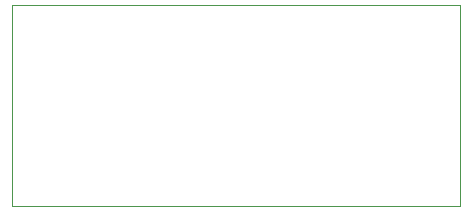
<source format=gbr>
%TF.GenerationSoftware,KiCad,Pcbnew,(6.0.6)*%
%TF.CreationDate,2023-04-07T17:46:17+02:00*%
%TF.ProjectId,LedDriver,4c656444-7269-4766-9572-2e6b69636164,rev?*%
%TF.SameCoordinates,Original*%
%TF.FileFunction,Profile,NP*%
%FSLAX46Y46*%
G04 Gerber Fmt 4.6, Leading zero omitted, Abs format (unit mm)*
G04 Created by KiCad (PCBNEW (6.0.6)) date 2023-04-07 17:46:17*
%MOMM*%
%LPD*%
G01*
G04 APERTURE LIST*
%TA.AperFunction,Profile*%
%ADD10C,0.050000*%
%TD*%
G04 APERTURE END LIST*
D10*
X126000000Y-76000000D02*
X164000000Y-76000000D01*
X164000000Y-76000000D02*
X164000000Y-93000000D01*
X164000000Y-93000000D02*
X126000000Y-93000000D01*
X126000000Y-93000000D02*
X126000000Y-76000000D01*
M02*

</source>
